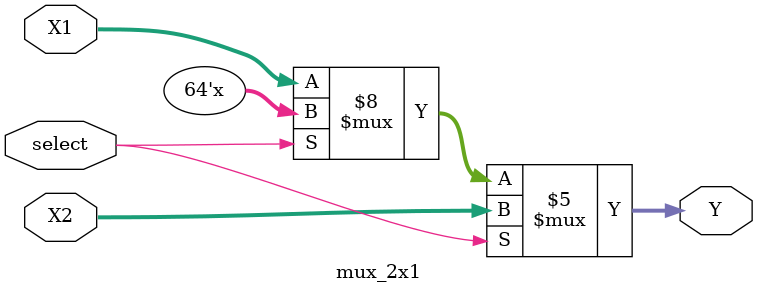
<source format=v>
module mux_2x1 ( select, X1 , X2 , Y );

input  select;
input[63 :0] X1;
input[63 :0] X2;
output reg  [63:0] Y;

wire select;
wire[63 :0] X1;
wire[63 :0] X2;

always @( select or X1 or X2  )
begin
   if( select == 0)
      Y = X1 ;

   if( select == 1)
      Y = X2 ;

end

endmodule

</source>
